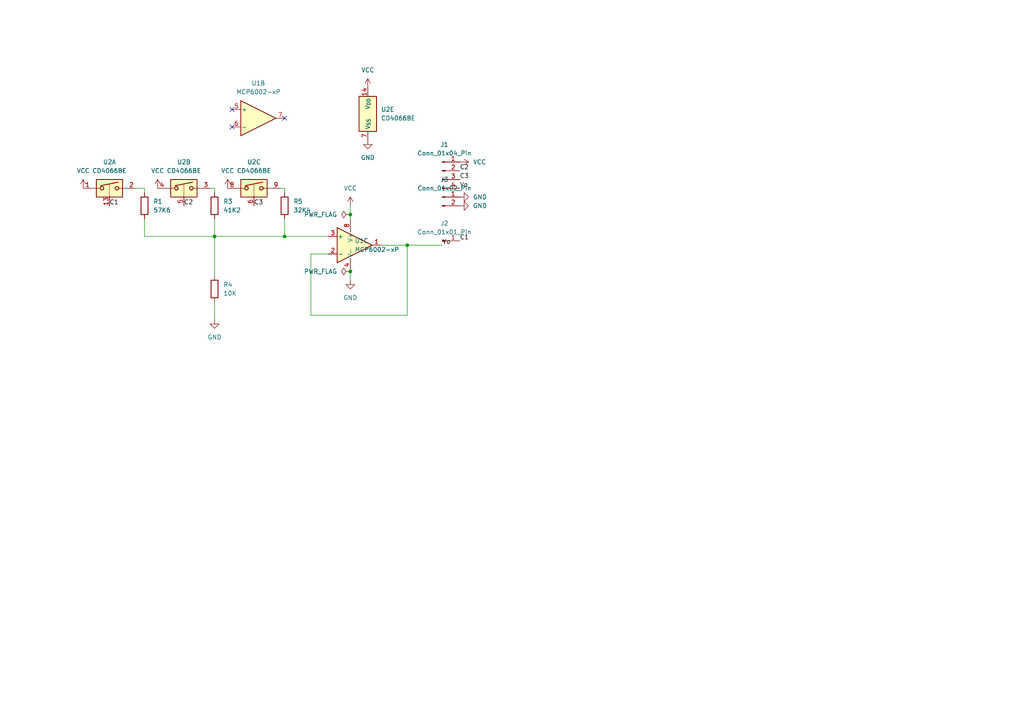
<source format=kicad_sch>
(kicad_sch (version 20250114) (generator "eeschema") (generator_version "9.0")
  (paper "A4")
  (lib_symbols
    (symbol "Amplifier_Operational:MCP6002-xP" (pin_names (offset 0.127))
      (property "Reference" "U" (at 0 5.08 0))
      (property "Value" "MCP6002-xP" (at 0 -5.08 0))
      (symbol "MCP6002-xP_1_1"
        (polyline (pts (xy -5.08 5.08) (xy 5.08 0) (xy -5.08 -5.08) (xy -5.08 5.08)) (stroke (width 0.254)) (fill (type background)))
        (pin input line (at -7.62 2.54 0) (length 2.54) (name "+") (number "3"))
        (pin input line (at -7.62 -2.54 0) (length 2.54) (name "-") (number "2"))
        (pin output line (at 7.62 0 180) (length 2.54) (name "~") (number "1"))
      )
      (symbol "MCP6002-xP_2_1"
        (polyline (pts (xy -5.08 5.08) (xy 5.08 0) (xy -5.08 -5.08) (xy -5.08 5.08)) (stroke (width 0.254)) (fill (type background)))
        (pin input line (at -7.62 2.54 0) (length 2.54) (name "+") (number "5"))
        (pin input line (at -7.62 -2.54 0) (length 2.54) (name "-") (number "6"))
        (pin output line (at 7.62 0 180) (length 2.54) (name "~") (number "7"))
      )
      (symbol "MCP6002-xP_3_1"
        (pin power_in line (at -2.54 7.62 270) (length 3.81) (name "V+") (number "8"))
        (pin power_in line (at -2.54 -7.62 90) (length 3.81) (name "V-") (number "4"))
      )
    )
    (symbol "Analog_Switch:CD4066BE"
      (property "Reference" "U" (at -5.08 3.81 0))
      (property "Value" "CD4066BE" (at 7.62 3.81 0))
      (symbol "CD4066BE_1_1"
        (polyline (pts (xy -5.08 0) (xy -2.794 0)))
        (rectangle (start -3.81 2.54) (end 3.81 -2.54) (stroke (width 0.254)) (fill (type background)))
        (polyline (pts (xy -2.54 0.762) (xy 2.54 1.778)) (stroke (width 0.254)))
        (circle (center -2.159 0) (radius 0.508) (stroke (width 0.254)))
        (polyline (pts (xy 0 0.762) (xy 0 1.016)))
        (polyline (pts (xy 0 0.254) (xy 0 0.508)))
        (polyline (pts (xy 0 -0.254) (xy 0 0)))
        (polyline (pts (xy 0 -0.762) (xy 0 -0.508)))
        (polyline (pts (xy 0 -1.27) (xy 0 -1.016)))
        (polyline (pts (xy 0 -1.778) (xy 0 -1.524)))
        (polyline (pts (xy 0 -2.54) (xy 0 -2.032)))
        (circle (center 2.159 0) (radius 0.508) (stroke (width 0.254)))
        (polyline (pts (xy 5.08 0) (xy 2.794 0)))
        (pin bidirectional line (at -7.62 0 0) (length 2.54) (name "~") (number "1"))
        (pin input line (at 0 -5.08 90) (length 2.54) (name "~") (number "13"))
        (pin bidirectional line (at 7.62 0 180) (length 2.54) (name "~") (number "2"))
      )
      (symbol "CD4066BE_2_1"
        (polyline (pts (xy -5.08 0) (xy -2.794 0)))
        (rectangle (start -3.81 2.54) (end 3.81 -2.54) (stroke (width 0.254)) (fill (type background)))
        (polyline (pts (xy -2.54 0.762) (xy 2.54 1.778)) (stroke (width 0.254)))
        (circle (center -2.159 0) (radius 0.508) (stroke (width 0.254)))
        (polyline (pts (xy 0 0.762) (xy 0 1.016)))
        (polyline (pts (xy 0 0.254) (xy 0 0.508)))
        (polyline (pts (xy 0 -0.254) (xy 0 0)))
        (polyline (pts (xy 0 -0.762) (xy 0 -0.508)))
        (polyline (pts (xy 0 -1.27) (xy 0 -1.016)))
        (polyline (pts (xy 0 -1.778) (xy 0 -1.524)))
        (polyline (pts (xy 0 -2.54) (xy 0 -2.032)))
        (circle (center 2.159 0) (radius 0.508) (stroke (width 0.254)))
        (polyline (pts (xy 5.08 0) (xy 2.794 0)))
        (pin bidirectional line (at -7.62 0 0) (length 2.54) (name "~") (number "4"))
        (pin input line (at 0 -5.08 90) (length 2.54) (name "~") (number "5"))
        (pin bidirectional line (at 7.62 0 180) (length 2.54) (name "~") (number "3"))
      )
      (symbol "CD4066BE_3_1"
        (polyline (pts (xy -5.08 0) (xy -2.794 0)))
        (rectangle (start -3.81 2.54) (end 3.81 -2.54) (stroke (width 0.254)) (fill (type background)))
        (polyline (pts (xy -2.54 0.762) (xy 2.54 1.778)) (stroke (width 0.254)))
        (circle (center -2.159 0) (radius 0.508) (stroke (width 0.254)))
        (polyline (pts (xy 0 0.762) (xy 0 1.016)))
        (polyline (pts (xy 0 0.254) (xy 0 0.508)))
        (polyline (pts (xy 0 -0.254) (xy 0 0)))
        (polyline (pts (xy 0 -0.762) (xy 0 -0.508)))
        (polyline (pts (xy 0 -1.27) (xy 0 -1.016)))
        (polyline (pts (xy 0 -1.778) (xy 0 -1.524)))
        (polyline (pts (xy 0 -2.54) (xy 0 -2.032)))
        (circle (center 2.159 0) (radius 0.508) (stroke (width 0.254)))
        (polyline (pts (xy 5.08 0) (xy 2.794 0)))
        (pin bidirectional line (at -7.62 0 0) (length 2.54) (name "~") (number "8"))
        (pin input line (at 0 -5.08 90) (length 2.54) (name "~") (number "6"))
        (pin bidirectional line (at 7.62 0 180) (length 2.54) (name "~") (number "9"))
      )
      (symbol "CD4066BE_4_1"
        (polyline (pts (xy -5.08 0) (xy -2.794 0)))
        (rectangle (start -3.81 2.54) (end 3.81 -2.54) (stroke (width 0.254)) (fill (type background)))
        (polyline (pts (xy -2.54 0.762) (xy 2.54 1.778)) (stroke (width 0.254)))
        (circle (center -2.159 0) (radius 0.508) (stroke (width 0.254)))
        (polyline (pts (xy 0 0.762) (xy 0 1.016)))
        (polyline (pts (xy 0 0.254) (xy 0 0.508)))
        (polyline (pts (xy 0 -0.254) (xy 0 0)))
        (polyline (pts (xy 0 -0.762) (xy 0 -0.508)))
        (polyline (pts (xy 0 -1.27) (xy 0 -1.016)))
        (polyline (pts (xy 0 -1.778) (xy 0 -1.524)))
        (polyline (pts (xy 0 -2.54) (xy 0 -2.032)))
        (circle (center 2.159 0) (radius 0.508) (stroke (width 0.254)))
        (polyline (pts (xy 5.08 0) (xy 2.794 0)))
        (pin bidirectional line (at -7.62 0 0) (length 2.54) (name "~") (number "11"))
        (pin input line (at 0 -5.08 90) (length 2.54) (name "~") (number "12"))
        (pin bidirectional line (at 7.62 0 180) (length 2.54) (name "~") (number "10"))
      )
      (symbol "CD4066BE_5_1"
        (rectangle (start -2.54 5.08) (end 2.54 -5.08) (stroke (width 0.254)) (fill (type background)))
        (pin power_in line (at 0 7.62 270) (length 2.54) (name "V_{DD}") (number "14"))
        (pin power_in line (at 0 -7.62 90) (length 2.54) (name "V_{SS}") (number "7"))
      )
    )
    (symbol "Connector:Conn_01x01_Pin" (pin_names (offset 1.016) (hide yes))
      (property "Reference" "J" (at 0 2.54 0))
      (property "Value" "Conn_01x01_Pin" (at 0 -2.54 0))
      (symbol "Conn_01x01_Pin_1_1"
        (rectangle (start 0.8636 0.127) (end 0 -0.127) (stroke (width 0.1524)) (fill (type outline)))
        (polyline (pts (xy 1.27 0) (xy 0.8636 0)) (stroke (width 0.1524)))
        (pin passive line (at 5.08 0 180) (length 3.81) (name "Pin_1") (number "1"))
      )
    )
    (symbol "Connector:Conn_01x02_Pin" (pin_names (offset 1.016) (hide yes))
      (property "Reference" "J" (at 0 2.54 0))
      (property "Value" "Conn_01x02_Pin" (at 0 -5.08 0))
      (symbol "Conn_01x02_Pin_1_1"
        (rectangle (start 0.8636 0.127) (end 0 -0.127) (stroke (width 0.1524)) (fill (type outline)))
        (rectangle (start 0.8636 -2.413) (end 0 -2.667) (stroke (width 0.1524)) (fill (type outline)))
        (polyline (pts (xy 1.27 0) (xy 0.8636 0)) (stroke (width 0.1524)))
        (polyline (pts (xy 1.27 -2.54) (xy 0.8636 -2.54)) (stroke (width 0.1524)))
        (pin passive line (at 5.08 0 180) (length 3.81) (name "Pin_1") (number "1"))
        (pin passive line (at 5.08 -2.54 180) (length 3.81) (name "Pin_2") (number "2"))
      )
    )
    (symbol "Connector:Conn_01x04_Pin" (pin_names (offset 1.016) (hide yes))
      (property "Reference" "J" (at 0 5.08 0))
      (property "Value" "Conn_01x04_Pin" (at 0 -7.62 0))
      (symbol "Conn_01x04_Pin_1_1"
        (rectangle (start 0.8636 2.667) (end 0 2.413) (stroke (width 0.1524)) (fill (type outline)))
        (rectangle (start 0.8636 0.127) (end 0 -0.127) (stroke (width 0.1524)) (fill (type outline)))
        (rectangle (start 0.8636 -2.413) (end 0 -2.667) (stroke (width 0.1524)) (fill (type outline)))
        (rectangle (start 0.8636 -4.953) (end 0 -5.207) (stroke (width 0.1524)) (fill (type outline)))
        (polyline (pts (xy 1.27 2.54) (xy 0.8636 2.54)) (stroke (width 0.1524)))
        (polyline (pts (xy 1.27 0) (xy 0.8636 0)) (stroke (width 0.1524)))
        (polyline (pts (xy 1.27 -2.54) (xy 0.8636 -2.54)) (stroke (width 0.1524)))
        (polyline (pts (xy 1.27 -5.08) (xy 0.8636 -5.08)) (stroke (width 0.1524)))
        (pin passive line (at 5.08 2.54 180) (length 3.81) (name "Pin_1") (number "1"))
        (pin passive line (at 5.08 0 180) (length 3.81) (name "Pin_2") (number "2"))
        (pin passive line (at 5.08 -2.54 180) (length 3.81) (name "Pin_3") (number "3"))
        (pin passive line (at 5.08 -5.08 180) (length 3.81) (name "Pin_4") (number "4"))
      )
    )
    (symbol "Device:R" (pin_numbers (hide yes)) (pin_names (offset 0))
      (property "Reference" "R" (at 2.032 0 90))
      (property "Value" "R" (at 0 0 90))
      (symbol "R_0_1"
        (rectangle (start -1.016 -2.54) (end 1.016 2.54) (stroke (width 0.254)))
      )
      (symbol "R_1_1"
        (pin passive line (at 0 3.81 270) (length 1.27) (name "~") (number "1"))
        (pin passive line (at 0 -3.81 90) (length 1.27) (name "~") (number "2"))
      )
    )
    (symbol "power:GND" (power) (pin_numbers (hide yes)) (pin_names (offset 0) (hide yes))
      (property "Value" "GND" (at 0 -3.81 0))
      (symbol "GND_0_1"
        (polyline (pts (xy 0 0) (xy 0 -1.27) (xy 1.27 -1.27) (xy 0 -2.54) (xy -1.27 -1.27) (xy 0 -1.27)))
      )
      (symbol "GND_1_1"
        (pin power_in line (at 0 0 270) (length 0) (name "~") (number "1"))
      )
    )
    (symbol "power:PWR_FLAG" (power) (pin_numbers (hide yes)) (pin_names (offset 0) (hide yes))
      (property "Value" "PWR_FLAG" (at 0 3.81 0))
      (symbol "PWR_FLAG_0_0"
        (pin power_out line (at 0 0 90) (length 0) (name "~") (number "1"))
      )
      (symbol "PWR_FLAG_0_1"
        (polyline (pts (xy 0 0) (xy 0 1.27) (xy -1.016 1.905) (xy 0 2.54) (xy 1.016 1.905) (xy 0 1.27)))
      )
    )
    (symbol "power:VCC" (power) (pin_numbers (hide yes)) (pin_names (offset 0) (hide yes))
      (property "Value" "VCC" (at 0 3.556 0))
      (symbol "VCC_0_1"
        (polyline (pts (xy -0.762 1.27) (xy 0 2.54)))
        (polyline (pts (xy 0 2.54) (xy 0.762 1.27)))
        (polyline (pts (xy 0 0) (xy 0 2.54)))
      )
      (symbol "VCC_1_1"
        (pin power_in line (at 0 0 90) (length 0) (name "~") (number "1"))
      )
    )
  )
  (junction (at 101.6 62.23))
  (junction (at 101.6 78.74))
  (junction (at 82.55 68.58))
  (junction (at 62.23 68.58))
  (junction (at 118.11 71.12))
  (no_connect (at 82.55 34.29))
  (no_connect (at 67.31 36.83))
  (no_connect (at 67.31 31.75))
  (wire (pts (xy 110.49 71.12) (xy 118.11 71.12)))
  (wire (pts (xy 101.6 78.74) (xy 101.6 81.28)))
  (wire (pts (xy 82.55 54.61) (xy 82.55 55.88)))
  (wire (pts (xy 41.91 68.58) (xy 62.23 68.58)))
  (wire (pts (xy 101.6 59.69) (xy 101.6 62.23)))
  (wire (pts (xy 62.23 92.71) (xy 62.23 87.63)))
  (wire (pts (xy 90.17 73.66) (xy 95.25 73.66)))
  (wire (pts (xy 62.23 80.01) (xy 62.23 68.58)))
  (wire (pts (xy 118.11 71.12) (xy 128.27 71.12)))
  (wire (pts (xy 60.96 54.61) (xy 62.23 54.61)))
  (wire (pts (xy 39.37 54.61) (xy 41.91 54.61)))
  (wire (pts (xy 62.23 63.5) (xy 62.23 68.58)))
  (wire (pts (xy 62.23 54.61) (xy 62.23 55.88)))
  (wire (pts (xy 82.55 63.5) (xy 82.55 68.58)))
  (wire (pts (xy 41.91 54.61) (xy 41.91 55.88)))
  (wire (pts (xy 101.6 62.23) (xy 101.6 63.5)))
  (wire (pts (xy 118.11 91.44) (xy 90.17 91.44)))
  (wire (pts (xy 118.11 71.12) (xy 118.11 91.44)))
  (wire (pts (xy 82.55 68.58) (xy 95.25 68.58)))
  (wire (pts (xy 62.23 68.58) (xy 82.55 68.58)))
  (wire (pts (xy 41.91 63.5) (xy 41.91 68.58)))
  (wire (pts (xy 90.17 91.44) (xy 90.17 73.66)))
  (wire (pts (xy 81.28 54.61) (xy 82.55 54.61)))
  (label "C1" (at 31.75 59.69 0))
  (label "C1" (at 133.35 69.85 0))
  (label "Vo" (at 128.27 71.12 0))
  (label "Vo" (at 133.35 54.61 0))
  (label "C2" (at 133.35 49.53 0))
  (label "C3" (at 73.66 59.69 0))
  (label "C2" (at 53.34 59.69 0))
  (label "C3" (at 133.35 52.07 0))
  (symbol (lib_id "Device:R") (at 62.23 83.82 0) (unit 1)
    (property "Reference" "R4" (at 64.77 82.5499 0) (effects (justify left)))
    (property "Value" "10K" (at 64.77 85.0899 0) (effects (justify left)))
    (property "Footprint" "Resistor_THT:R_Axial_DIN0204_L3.6mm_D1.6mm_P7.62mm_Horizontal" (effects (hide yes)))
    (property "Description" "Resistor" (effects (hide yes)))
  )
  (symbol (lib_id "Amplifier_Operational:MCP6002-xP") (at 102.87 71.12 0) (unit 1)
    (property "Reference" "U1" (effects (hide yes)))
    (property "Value" "MCP6002-xP" (effects (hide yes)))
    (property "Footprint" "Package_DIP:DIP-8_W7.62mm_LongPads" (effects (hide yes)))
    (property "Datasheet" "http://ww1.microchip.com/downloads/en/DeviceDoc/21733j.pdf" (effects (hide yes)))
    (property "Description" "1MHz, Low-Power Op Amp, DIP-8" (effects (hide yes)))
  )
  (symbol (lib_id "Connector:Conn_01x01_Pin") (at 128.27 69.85 0) (unit 1)
    (property "Reference" "J2" (at 128.905 64.77 0))
    (property "Value" "Conn_01x01_Pin" (at 128.905 67.31 0))
    (property "Footprint" "Connector_PinSocket_2.54mm:PinSocket_1x01_P2.54mm_Vertical" (effects (hide yes)))
    (property "Description" "Generic connector, single row, 01x01, script generated" (effects (hide yes)))
  )
  (symbol (lib_id "power:PWR_FLAG") (at 101.6 62.23 90) (unit 1)
    (property "Reference" "#FLG01" (effects (hide yes)))
    (property "Value" "PWR_FLAG" (at 97.79 62.2299 90) (effects (justify left)))
    (property "Description" "Special symbol for telling ERC where power comes from" (effects (hide yes)))
  )
  (symbol (lib_id "power:VCC") (at 106.68 25.4 0) (unit 1)
    (property "Reference" "#PWR05" (effects (hide yes)))
    (property "Value" "VCC" (at 106.68 20.32 0))
    (property "Description" "Power symbol creates a global label with name \"VCC\"" (effects (hide yes)))
  )
  (symbol (lib_id "power:GND") (at 106.68 40.64 0) (unit 1)
    (property "Reference" "#PWR04" (effects (hide yes)))
    (property "Value" "GND" (at 106.68 45.72 0))
    (property "Description" "Power symbol creates a global label with name \"GND\" , ground" (effects (hide yes)))
  )
  (symbol (lib_id "Device:R") (at 82.55 59.69 0) (unit 1)
    (property "Reference" "R5" (at 85.09 58.4199 0) (effects (justify left)))
    (property "Value" "32K4" (at 85.09 60.9599 0) (effects (justify left)))
    (property "Footprint" "Resistor_THT:R_Axial_DIN0204_L3.6mm_D1.6mm_P7.62mm_Horizontal" (effects (hide yes)))
    (property "Description" "Resistor" (effects (hide yes)))
  )
  (symbol (lib_id "Device:R") (at 62.23 59.69 0) (unit 1)
    (property "Reference" "R3" (at 64.77 58.4199 0) (effects (justify left)))
    (property "Value" "41K2" (at 64.77 60.9599 0) (effects (justify left)))
    (property "Footprint" "Resistor_THT:R_Axial_DIN0204_L3.6mm_D1.6mm_P7.62mm_Horizontal" (effects (hide yes)))
    (property "Description" "Resistor" (effects (hide yes)))
  )
  (symbol (lib_id "power:VCC") (at 24.13 54.61 0) (unit 1)
    (property "Reference" "#PWR06" (effects (hide yes)))
    (property "Value" "VCC" (at 24.13 49.53 0))
    (property "Description" "Power symbol creates a global label with name \"VCC\"" (effects (hide yes)))
  )
  (symbol (lib_id "power:VCC") (at 66.04 54.61 0) (unit 1)
    (property "Reference" "#PWR08" (effects (hide yes)))
    (property "Value" "VCC" (at 66.04 49.53 0))
    (property "Description" "Power symbol creates a global label with name \"VCC\"" (effects (hide yes)))
  )
  (symbol (lib_id "power:GND") (at 62.23 92.71 0) (unit 1)
    (property "Reference" "#PWR01" (effects (hide yes)))
    (property "Value" "GND" (at 62.23 97.79 0))
    (property "Description" "Power symbol creates a global label with name \"GND\" , ground" (effects (hide yes)))
  )
  (symbol (lib_id "power:VCC") (at 45.72 54.61 0) (unit 1)
    (property "Reference" "#PWR07" (effects (hide yes)))
    (property "Value" "VCC" (at 45.72 49.53 0))
    (property "Description" "Power symbol creates a global label with name \"VCC\"" (effects (hide yes)))
  )
  (symbol (lib_id "Amplifier_Operational:MCP6002-xP") (at 74.93 34.29 0) (unit 2)
    (property "Reference" "U1" (at 74.93 24.13 0))
    (property "Value" "MCP6002-xP" (at 74.93 26.67 0))
    (property "Footprint" "Package_DIP:DIP-8_W7.62mm_LongPads" (effects (hide yes)))
    (property "Datasheet" "http://ww1.microchip.com/downloads/en/DeviceDoc/21733j.pdf" (effects (hide yes)))
    (property "Description" "1MHz, Low-Power Op Amp, DIP-8" (effects (hide yes)))
  )
  (symbol (lib_id "Analog_Switch:CD4066BE") (at 106.68 33.02 0) (unit 5)
    (property "Reference" "U2" (at 110.49 31.7499 0) (effects (justify left)))
    (property "Value" "CD4066BE" (at 110.49 34.2899 0) (effects (justify left)))
    (property "Footprint" "Package_DIP:DIP-14_W7.62mm_LongPads" (effects (hide yes)))
    (property "Datasheet" "https://www.ti.com/lit/ds/symlink/cd4066b.pdf" (effects (hide yes)))
    (property "Description" "Quad 20V analog SPST 1:1 switch, DIP-14" (effects (hide yes)))
  )
  (symbol (lib_id "power:VCC") (at 133.35 46.99 270) (unit 1)
    (property "Reference" "#PWR09" (effects (hide yes)))
    (property "Value" "VCC" (at 137.16 46.9899 90) (effects (justify left)))
    (property "Description" "Power symbol creates a global label with name \"VCC\"" (effects (hide yes)))
  )
  (symbol (lib_id "power:PWR_FLAG") (at 101.6 78.74 90) (unit 1)
    (property "Reference" "#FLG02" (effects (hide yes)))
    (property "Value" "PWR_FLAG" (at 97.79 78.7399 90) (effects (justify left)))
    (property "Description" "Special symbol for telling ERC where power comes from" (effects (hide yes)))
  )
  (symbol (lib_id "Analog_Switch:CD4066BE") (at 31.75 54.61 0) (unit 1)
    (property "Reference" "U2" (at 31.75 46.99 0))
    (property "Value" "CD4066BE" (at 31.75 49.53 0))
    (property "Footprint" "Package_DIP:DIP-14_W7.62mm_LongPads" (effects (hide yes)))
    (property "Datasheet" "https://www.ti.com/lit/ds/symlink/cd4066b.pdf" (effects (hide yes)))
    (property "Description" "Quad 20V analog SPST 1:1 switch, DIP-14" (effects (hide yes)))
  )
  (symbol (lib_id "Analog_Switch:CD4066BE") (at 53.34 54.61 0) (unit 2)
    (property "Reference" "U2" (at 53.34 46.99 0))
    (property "Value" "CD4066BE" (at 53.34 49.53 0))
    (property "Footprint" "Package_DIP:DIP-14_W7.62mm_LongPads" (effects (hide yes)))
    (property "Datasheet" "https://www.ti.com/lit/ds/symlink/cd4066b.pdf" (effects (hide yes)))
    (property "Description" "Quad 20V analog SPST 1:1 switch, DIP-14" (effects (hide yes)))
  )
  (symbol (lib_id "power:GND") (at 133.35 59.69 90) (unit 1)
    (property "Reference" "#PWR011" (effects (hide yes)))
    (property "Value" "GND" (at 137.16 59.6899 90) (effects (justify right)))
    (property "Description" "Power symbol creates a global label with name \"GND\" , ground" (effects (hide yes)))
  )
  (symbol (lib_id "Device:R") (at 41.91 59.69 0) (unit 1)
    (property "Reference" "R1" (at 44.45 58.4199 0) (effects (justify left)))
    (property "Value" "57K6" (at 44.45 60.9599 0) (effects (justify left)))
    (property "Footprint" "Resistor_THT:R_Axial_DIN0204_L3.6mm_D1.6mm_P7.62mm_Horizontal" (effects (hide yes)))
    (property "Description" "Resistor" (effects (hide yes)))
  )
  (symbol (lib_id "Analog_Switch:CD4066BE") (at 73.66 54.61 0) (unit 3)
    (property "Reference" "U2" (at 73.66 46.99 0))
    (property "Value" "CD4066BE" (at 73.66 49.53 0))
    (property "Footprint" "Package_DIP:DIP-14_W7.62mm_LongPads" (effects (hide yes)))
    (property "Datasheet" "https://www.ti.com/lit/ds/symlink/cd4066b.pdf" (effects (hide yes)))
    (property "Description" "Quad 20V analog SPST 1:1 switch, DIP-14" (effects (hide yes)))
  )
  (symbol (lib_id "power:GND") (at 101.6 81.28 0) (unit 1)
    (property "Reference" "#PWR02" (effects (hide yes)))
    (property "Value" "GND" (at 101.6 86.36 0))
    (property "Description" "Power symbol creates a global label with name \"GND\" , ground" (effects (hide yes)))
  )
  (symbol (lib_id "Connector:Conn_01x04_Pin") (at 128.27 49.53 0) (unit 1)
    (property "Reference" "J1" (at 128.905 41.91 0))
    (property "Value" "Conn_01x04_Pin" (at 128.905 44.45 0))
    (property "Footprint" "Connector_PinSocket_2.54mm:PinSocket_1x04_P2.54mm_Vertical" (effects (hide yes)))
    (property "Description" "Generic connector, single row, 01x04, script generated" (effects (hide yes)))
  )
  (symbol (lib_id "power:GND") (at 133.35 57.15 90) (unit 1)
    (property "Reference" "#PWR010" (effects (hide yes)))
    (property "Value" "GND" (at 137.16 57.1499 90) (effects (justify right)))
    (property "Description" "Power symbol creates a global label with name \"GND\" , ground" (effects (hide yes)))
  )
  (symbol (lib_id "Amplifier_Operational:MCP6002-xP") (at 104.14 71.12 0) (unit 3)
    (property "Reference" "U1" (at 102.87 69.8499 0) (effects (justify left)))
    (property "Value" "MCP6002-xP" (at 102.87 72.3899 0) (effects (justify left)))
    (property "Footprint" "Package_DIP:DIP-8_W7.62mm_LongPads" (effects (hide yes)))
    (property "Datasheet" "http://ww1.microchip.com/downloads/en/DeviceDoc/21733j.pdf" (effects (hide yes)))
    (property "Description" "1MHz, Low-Power Op Amp, DIP-8" (effects (hide yes)))
  )
  (symbol (lib_id "power:VCC") (at 101.6 59.69 0) (unit 1)
    (property "Reference" "#PWR03" (effects (hide yes)))
    (property "Value" "VCC" (at 101.6 54.61 0))
    (property "Description" "Power symbol creates a global label with name \"VCC\"" (effects (hide yes)))
  )
  (symbol (lib_id "Connector:Conn_01x02_Pin") (at 128.27 57.15 0) (unit 1)
    (property "Reference" "J3" (at 128.905 52.07 0))
    (property "Value" "Conn_01x02_Pin" (at 128.905 54.61 0))
    (property "Footprint" "Connector_PinSocket_2.54mm:PinSocket_1x02_P2.54mm_Vertical" (effects (hide yes)))
    (property "Description" "Generic connector, single row, 01x02, script generated" (effects (hide yes)))
  )
)
</source>
